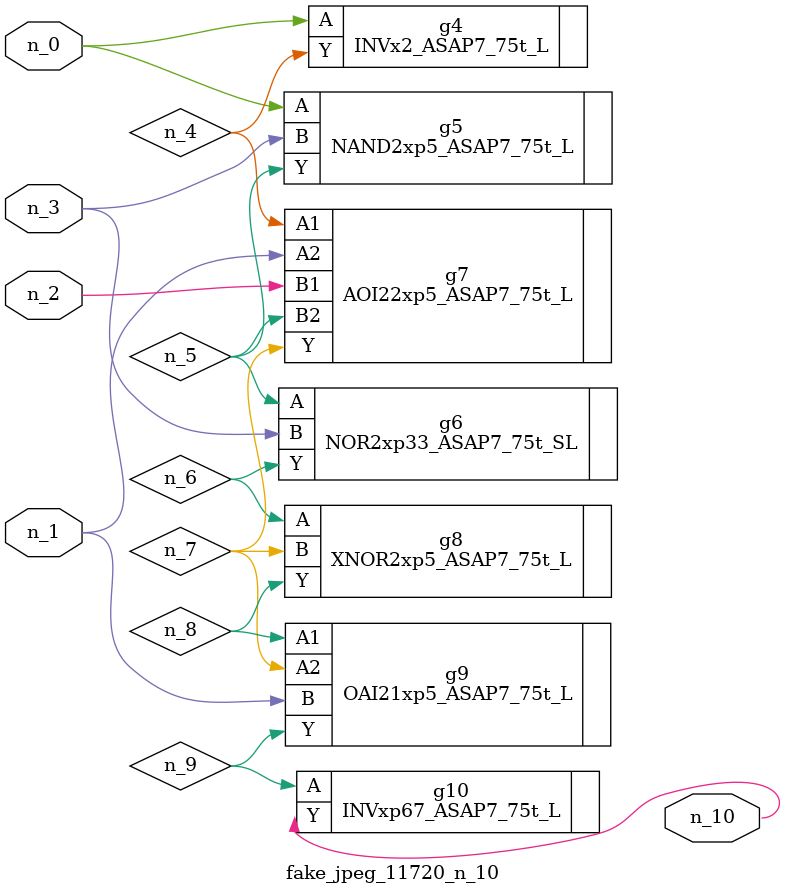
<source format=v>
module fake_jpeg_11720_n_10 (n_0, n_3, n_2, n_1, n_10);

input n_0;
input n_3;
input n_2;
input n_1;

output n_10;

wire n_4;
wire n_8;
wire n_9;
wire n_6;
wire n_5;
wire n_7;

INVx2_ASAP7_75t_L g4 ( 
.A(n_0),
.Y(n_4)
);

NAND2xp5_ASAP7_75t_L g5 ( 
.A(n_0),
.B(n_3),
.Y(n_5)
);

NOR2xp33_ASAP7_75t_SL g6 ( 
.A(n_5),
.B(n_3),
.Y(n_6)
);

XNOR2xp5_ASAP7_75t_L g8 ( 
.A(n_6),
.B(n_7),
.Y(n_8)
);

AOI22xp5_ASAP7_75t_L g7 ( 
.A1(n_4),
.A2(n_1),
.B1(n_2),
.B2(n_5),
.Y(n_7)
);

OAI21xp5_ASAP7_75t_L g9 ( 
.A1(n_8),
.A2(n_7),
.B(n_1),
.Y(n_9)
);

INVxp67_ASAP7_75t_L g10 ( 
.A(n_9),
.Y(n_10)
);


endmodule
</source>
